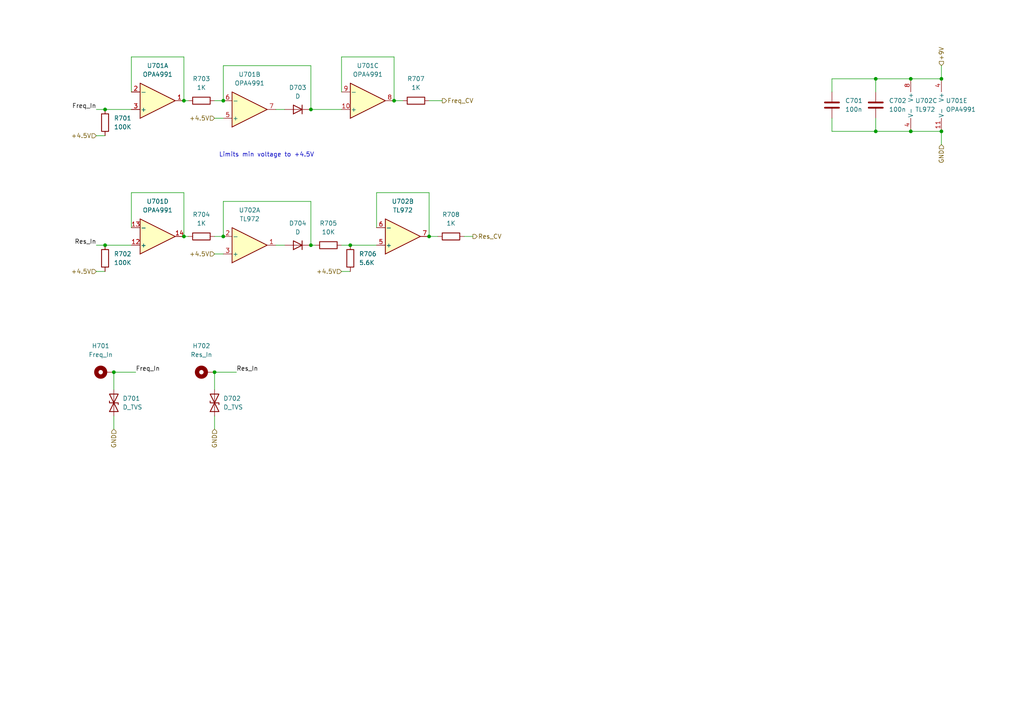
<source format=kicad_sch>
(kicad_sch (version 20211123) (generator eeschema)
  (paper "A4")
  (lib_symbols
    (symbol "Amplifier_Operational:TL072" (pin_names (offset 0.127))
      (property "Reference" "U" (at 0 5.08 0))
      (property "Value" "TL072" (at 0 -5.08 0))
      (symbol "TL072_1_1"
        (polyline (pts (xy -5.08 5.08) (xy 5.08 0) (xy -5.08 -5.08) (xy -5.08 5.08)) (stroke (width 0.254)) (fill (type background)))
        (pin output line (at 7.62 0 180) (length 2.54) (name "~") (number "1"))
        (pin input line (at -7.62 -2.54 0) (length 2.54) (name "-") (number "2"))
        (pin input line (at -7.62 2.54 0) (length 2.54) (name "+") (number "3"))
      )
      (symbol "TL072_2_1"
        (polyline (pts (xy -5.08 5.08) (xy 5.08 0) (xy -5.08 -5.08) (xy -5.08 5.08)) (stroke (width 0.254)) (fill (type background)))
        (pin input line (at -7.62 2.54 0) (length 2.54) (name "+") (number "5"))
        (pin input line (at -7.62 -2.54 0) (length 2.54) (name "-") (number "6"))
        (pin output line (at 7.62 0 180) (length 2.54) (name "~") (number "7"))
      )
      (symbol "TL072_3_1"
        (pin power_in line (at -2.54 -7.62 90) (length 3.81) (name "V-") (number "4"))
        (pin power_in line (at -2.54 7.62 270) (length 3.81) (name "V+") (number "8"))
      )
    )
    (symbol "Amplifier_Operational:TL074" (pin_names (offset 0.127))
      (property "Reference" "U" (at 0 5.08 0))
      (property "Value" "TL074" (at 0 -5.08 0))
      (symbol "TL074_1_1"
        (polyline (pts (xy -5.08 5.08) (xy 5.08 0) (xy -5.08 -5.08) (xy -5.08 5.08)) (stroke (width 0.254)) (fill (type background)))
        (pin output line (at 7.62 0 180) (length 2.54) (name "~") (number "1"))
        (pin input line (at -7.62 -2.54 0) (length 2.54) (name "-") (number "2"))
        (pin input line (at -7.62 2.54 0) (length 2.54) (name "+") (number "3"))
      )
      (symbol "TL074_2_1"
        (polyline (pts (xy -5.08 5.08) (xy 5.08 0) (xy -5.08 -5.08) (xy -5.08 5.08)) (stroke (width 0.254)) (fill (type background)))
        (pin input line (at -7.62 2.54 0) (length 2.54) (name "+") (number "5"))
        (pin input line (at -7.62 -2.54 0) (length 2.54) (name "-") (number "6"))
        (pin output line (at 7.62 0 180) (length 2.54) (name "~") (number "7"))
      )
      (symbol "TL074_3_1"
        (polyline (pts (xy -5.08 5.08) (xy 5.08 0) (xy -5.08 -5.08) (xy -5.08 5.08)) (stroke (width 0.254)) (fill (type background)))
        (pin input line (at -7.62 2.54 0) (length 2.54) (name "+") (number "10"))
        (pin output line (at 7.62 0 180) (length 2.54) (name "~") (number "8"))
        (pin input line (at -7.62 -2.54 0) (length 2.54) (name "-") (number "9"))
      )
      (symbol "TL074_4_1"
        (polyline (pts (xy -5.08 5.08) (xy 5.08 0) (xy -5.08 -5.08) (xy -5.08 5.08)) (stroke (width 0.254)) (fill (type background)))
        (pin input line (at -7.62 2.54 0) (length 2.54) (name "+") (number "12"))
        (pin input line (at -7.62 -2.54 0) (length 2.54) (name "-") (number "13"))
        (pin output line (at 7.62 0 180) (length 2.54) (name "~") (number "14"))
      )
      (symbol "TL074_5_1"
        (pin power_in line (at -2.54 -7.62 90) (length 3.81) (name "V-") (number "11"))
        (pin power_in line (at -2.54 7.62 270) (length 3.81) (name "V+") (number "4"))
      )
    )
    (symbol "Device:C" (pin_numbers hide) (pin_names (offset 0.254))
      (property "Reference" "C" (at 0.635 2.54 0))
      (property "Value" "C" (at 0.635 -2.54 0))
      (symbol "C_0_1"
        (polyline (pts (xy -2.032 -0.762) (xy 2.032 -0.762)) (stroke (width 0.508)))
        (polyline (pts (xy -2.032 0.762) (xy 2.032 0.762)) (stroke (width 0.508)))
      )
      (symbol "C_1_1"
        (pin passive line (at 0 3.81 270) (length 2.794) (name "~") (number "1"))
        (pin passive line (at 0 -3.81 90) (length 2.794) (name "~") (number "2"))
      )
    )
    (symbol "Device:D" (pin_numbers hide) (pin_names (offset 1.016) hide)
      (property "Reference" "D" (at 0 2.54 0))
      (property "Value" "D" (at 0 -2.54 0))
      (symbol "D_0_1"
        (polyline (pts (xy -1.27 1.27) (xy -1.27 -1.27)) (stroke (width 0.254)))
        (polyline (pts (xy 1.27 0) (xy -1.27 0)))
        (polyline (pts (xy 1.27 1.27) (xy 1.27 -1.27) (xy -1.27 0) (xy 1.27 1.27)) (stroke (width 0.254)))
      )
      (symbol "D_1_1"
        (pin passive line (at -3.81 0 0) (length 2.54) (name "K") (number "1"))
        (pin passive line (at 3.81 0 180) (length 2.54) (name "A") (number "2"))
      )
    )
    (symbol "Device:D_TVS" (pin_numbers hide) (pin_names (offset 1.016) hide)
      (property "Reference" "D" (at 0 2.54 0))
      (property "Value" "D_TVS" (at 0 -2.54 0))
      (symbol "D_TVS_0_1"
        (polyline (pts (xy 1.27 0) (xy -1.27 0)))
        (polyline (pts (xy 0.508 1.27) (xy 0 1.27) (xy 0 -1.27) (xy -0.508 -1.27)) (stroke (width 0.254)))
        (polyline (pts (xy -2.54 1.27) (xy -2.54 -1.27) (xy 2.54 1.27) (xy 2.54 -1.27) (xy -2.54 1.27)) (stroke (width 0.254)))
      )
      (symbol "D_TVS_1_1"
        (pin passive line (at -3.81 0 0) (length 2.54) (name "A1") (number "1"))
        (pin passive line (at 3.81 0 180) (length 2.54) (name "A2") (number "2"))
      )
    )
    (symbol "Device:R" (pin_numbers hide) (pin_names (offset 0))
      (property "Reference" "R" (at 2.032 0 90))
      (property "Value" "R" (at 0 0 90))
      (symbol "R_0_1"
        (rectangle (start -1.016 -2.54) (end 1.016 2.54) (stroke (width 0.254)))
      )
      (symbol "R_1_1"
        (pin passive line (at 0 3.81 270) (length 1.27) (name "~") (number "1"))
        (pin passive line (at 0 -3.81 90) (length 1.27) (name "~") (number "2"))
      )
    )
    (symbol "Mechanical:MountingHole_Pad" (pin_numbers hide) (pin_names (offset 1.016) hide)
      (property "Reference" "H" (at 0 6.35 0))
      (property "Value" "MountingHole_Pad" (at 0 4.445 0))
      (symbol "MountingHole_Pad_0_1"
        (circle (center 0 1.27) (radius 1.27) (stroke (width 1.27)))
      )
      (symbol "MountingHole_Pad_1_1"
        (pin input line (at 0 -2.54 90) (length 2.54) (name "1") (number "1"))
      )
    )
  )
  (junction (at 30.48 71.12))
  (junction (at 53.34 29.21))
  (junction (at 64.77 68.58))
  (junction (at 90.17 31.75))
  (junction (at 64.77 29.21))
  (junction (at 254 22.86))
  (junction (at 101.6 71.12))
  (junction (at 264.16 38.1))
  (junction (at 273.05 38.1))
  (junction (at 114.3 29.21))
  (junction (at 62.23 107.95))
  (junction (at 264.16 22.86))
  (junction (at 124.46 68.58))
  (junction (at 33.02 107.95))
  (junction (at 53.34 68.58))
  (junction (at 273.05 22.86))
  (junction (at 90.17 71.12))
  (junction (at 30.48 31.75))
  (junction (at 254 38.1))
  (wire (pts (xy 53.34 55.88) (xy 53.34 68.58)))
  (wire (pts (xy 62.23 73.66) (xy 64.77 73.66)))
  (wire (pts (xy 53.34 29.21) (xy 54.61 29.21)))
  (wire (pts (xy 109.22 55.88) (xy 124.46 55.88)))
  (wire (pts (xy 64.77 58.42) (xy 90.17 58.42)))
  (wire (pts (xy 62.23 107.95) (xy 62.23 113.03)))
  (wire (pts (xy 254 34.29) (xy 254 38.1)))
  (wire (pts (xy 254 22.86) (xy 254 26.67)))
  (wire (pts (xy 62.23 68.58) (xy 64.77 68.58)))
  (wire (pts (xy 38.1 16.51) (xy 53.34 16.51)))
  (wire (pts (xy 62.23 107.95) (xy 68.58 107.95)))
  (wire (pts (xy 64.77 19.05) (xy 90.17 19.05)))
  (wire (pts (xy 62.23 29.21) (xy 64.77 29.21)))
  (wire (pts (xy 124.46 29.21) (xy 128.27 29.21)))
  (wire (pts (xy 53.34 68.58) (xy 54.61 68.58)))
  (wire (pts (xy 124.46 68.58) (xy 127 68.58)))
  (wire (pts (xy 27.94 71.12) (xy 30.48 71.12)))
  (wire (pts (xy 99.06 78.74) (xy 101.6 78.74)))
  (wire (pts (xy 114.3 29.21) (xy 116.84 29.21)))
  (wire (pts (xy 90.17 31.75) (xy 99.06 31.75)))
  (wire (pts (xy 38.1 26.67) (xy 38.1 16.51)))
  (wire (pts (xy 109.22 66.04) (xy 109.22 55.88)))
  (wire (pts (xy 254 22.86) (xy 241.3 22.86)))
  (wire (pts (xy 254 22.86) (xy 264.16 22.86)))
  (wire (pts (xy 134.62 68.58) (xy 137.16 68.58)))
  (wire (pts (xy 90.17 58.42) (xy 90.17 71.12)))
  (wire (pts (xy 30.48 31.75) (xy 38.1 31.75)))
  (wire (pts (xy 99.06 71.12) (xy 101.6 71.12)))
  (wire (pts (xy 254 38.1) (xy 264.16 38.1)))
  (wire (pts (xy 62.23 34.29) (xy 64.77 34.29)))
  (wire (pts (xy 64.77 68.58) (xy 64.77 58.42)))
  (wire (pts (xy 80.01 31.75) (xy 82.55 31.75)))
  (wire (pts (xy 90.17 71.12) (xy 91.44 71.12)))
  (wire (pts (xy 273.05 19.05) (xy 273.05 22.86)))
  (wire (pts (xy 99.06 26.67) (xy 99.06 16.51)))
  (wire (pts (xy 62.23 120.65) (xy 62.23 124.46)))
  (wire (pts (xy 241.3 34.29) (xy 241.3 38.1)))
  (wire (pts (xy 80.01 71.12) (xy 82.55 71.12)))
  (wire (pts (xy 264.16 38.1) (xy 273.05 38.1)))
  (wire (pts (xy 27.94 78.74) (xy 30.48 78.74)))
  (wire (pts (xy 101.6 71.12) (xy 109.22 71.12)))
  (wire (pts (xy 38.1 66.04) (xy 38.1 55.88)))
  (wire (pts (xy 273.05 38.1) (xy 273.05 41.91)))
  (wire (pts (xy 33.02 107.95) (xy 39.37 107.95)))
  (wire (pts (xy 27.94 31.75) (xy 30.48 31.75)))
  (wire (pts (xy 30.48 71.12) (xy 38.1 71.12)))
  (wire (pts (xy 64.77 29.21) (xy 64.77 19.05)))
  (wire (pts (xy 33.02 120.65) (xy 33.02 124.46)))
  (wire (pts (xy 90.17 19.05) (xy 90.17 31.75)))
  (wire (pts (xy 114.3 16.51) (xy 114.3 29.21)))
  (wire (pts (xy 124.46 55.88) (xy 124.46 68.58)))
  (wire (pts (xy 241.3 22.86) (xy 241.3 26.67)))
  (wire (pts (xy 33.02 107.95) (xy 33.02 113.03)))
  (wire (pts (xy 241.3 38.1) (xy 254 38.1)))
  (wire (pts (xy 27.94 39.37) (xy 30.48 39.37)))
  (wire (pts (xy 99.06 16.51) (xy 114.3 16.51)))
  (wire (pts (xy 38.1 55.88) (xy 53.34 55.88)))
  (wire (pts (xy 264.16 22.86) (xy 273.05 22.86)))
  (wire (pts (xy 53.34 16.51) (xy 53.34 29.21)))
  (text "Limits min voltage to +4.5V" (at 63.5 45.72 0) (effects (font (size 1.27 1.27)) (justify left bottom)))
  (label "Freq_In" (at 39.37 107.95 0))
  (label "Res_In" (at 27.94 71.12 180))
  (label "Freq_In" (at 27.94 31.75 180))
  (label "Res_In" (at 68.58 107.95 0))
  (hierarchical_label "GND" (shape input) (at 273.05 41.91 270))
  (hierarchical_label "Freq_CV" (shape output) (at 128.27 29.21 0))
  (hierarchical_label "+4.5V" (shape input) (at 27.94 78.74 180))
  (hierarchical_label "+4.5V" (shape input) (at 27.94 39.37 180))
  (hierarchical_label "GND" (shape input) (at 33.02 124.46 270))
  (hierarchical_label "+4.5V" (shape input) (at 62.23 34.29 180))
  (hierarchical_label "+4.5V" (shape input) (at 62.23 73.66 180))
  (hierarchical_label "Res_CV" (shape output) (at 137.16 68.58 0))
  (hierarchical_label "+9V" (shape input) (at 273.05 19.05 90))
  (hierarchical_label "GND" (shape input) (at 62.23 124.46 270))
  (hierarchical_label "+4.5V" (shape input) (at 99.06 78.74 180))
  (symbol (lib_id "Mechanical:MountingHole_Pad") (at 30.48 107.95 90) (unit 1)
    (property "Reference" "H701" (at 29.21 100.33 90))
    (property "Value" "Freq_In" (at 29.21 102.87 90))
    (property "Footprint" "MountingHole:MountingHole_4.3mm_M4_Pad_TopBottom" (effects hide))
  )
  (symbol (lib_id "Device:R") (at 58.42 29.21 90) (unit 1)
    (property "Reference" "R703" (at 58.42 22.86 90))
    (property "Value" "1K" (at 58.42 25.4 90))
    (property "Footprint" "Resistor_SMD:R_0603_1608Metric_Pad0.98x0.95mm_HandSolder" (effects hide))
  )
  (symbol (lib_id "Amplifier_Operational:TL072") (at 266.7 30.48 0) (unit 3)
    (property "Reference" "U702" (at 265.43 29.2099 0) (effects (justify left)))
    (property "Value" "TL972" (at 265.43 31.7499 0) (effects (justify left)))
    (property "Footprint" "Package_SO:SOIC-8_3.9x4.9mm_P1.27mm" (effects hide))
    (property "Datasheet" "http://www.ti.com/lit/ds/symlink/tl071.pdf" (effects hide))
  )
  (symbol (lib_id "Device:R") (at 30.48 35.56 0) (unit 1)
    (property "Reference" "R701" (at 33.02 34.2899 0) (effects (justify left)))
    (property "Value" "100K" (at 33.02 36.8299 0) (effects (justify left)))
    (property "Footprint" "Resistor_SMD:R_0603_1608Metric_Pad0.98x0.95mm_HandSolder" (effects hide))
  )
  (symbol (lib_id "Device:D") (at 86.36 31.75 180) (unit 1)
    (property "Reference" "D703" (at 86.36 25.4 0))
    (property "Value" "D" (at 86.36 27.94 0))
    (property "Footprint" "Diode_SMD:D_SOD-323_HandSoldering" (effects hide))
  )
  (symbol (lib_id "Device:R") (at 130.81 68.58 90) (unit 1)
    (property "Reference" "R708" (at 130.81 62.23 90))
    (property "Value" "1K" (at 130.81 64.77 90))
    (property "Footprint" "Resistor_SMD:R_0603_1608Metric_Pad0.98x0.95mm_HandSolder" (effects hide))
  )
  (symbol (lib_id "Device:R") (at 120.65 29.21 90) (unit 1)
    (property "Reference" "R707" (at 120.65 22.86 90))
    (property "Value" "1K" (at 120.65 25.4 90))
    (property "Footprint" "Resistor_SMD:R_0603_1608Metric_Pad0.98x0.95mm_HandSolder" (effects hide))
  )
  (symbol (lib_id "Device:D_TVS") (at 33.02 116.84 90) (unit 1)
    (property "Reference" "D701" (at 35.56 115.5699 90) (effects (justify right)))
    (property "Value" "D_TVS" (at 35.56 118.1099 90) (effects (justify right)))
    (property "Footprint" "Diode_SMD:D_SOD-323_HandSoldering" (effects hide))
  )
  (symbol (lib_id "Amplifier_Operational:TL074") (at 45.72 29.21 0) (mirror x) (unit 1)
    (property "Reference" "U701" (at 45.72 19.05 0))
    (property "Value" "OPA4991" (at 45.72 21.59 0))
    (property "Footprint" "Package_SO:SOIC-14_3.9x8.7mm_P1.27mm" (effects hide))
    (property "Datasheet" "http://www.ti.com/lit/ds/symlink/tl071.pdf" (effects hide))
  )
  (symbol (lib_id "Amplifier_Operational:TL074") (at 45.72 68.58 0) (mirror x) (unit 4)
    (property "Reference" "U701" (at 45.72 58.42 0))
    (property "Value" "OPA4991" (at 45.72 60.96 0))
    (property "Footprint" "Package_SO:SOIC-14_3.9x8.7mm_P1.27mm" (effects hide))
    (property "Datasheet" "http://www.ti.com/lit/ds/symlink/tl071.pdf" (effects hide))
  )
  (symbol (lib_id "Amplifier_Operational:TL074") (at 106.68 29.21 0) (mirror x) (unit 3)
    (property "Reference" "U701" (at 106.68 19.05 0))
    (property "Value" "OPA4991" (at 106.68 21.59 0))
    (property "Footprint" "Package_SO:SOIC-14_3.9x8.7mm_P1.27mm" (effects hide))
    (property "Datasheet" "http://www.ti.com/lit/ds/symlink/tl071.pdf" (effects hide))
  )
  (symbol (lib_id "Device:D") (at 86.36 71.12 180) (unit 1)
    (property "Reference" "D704" (at 86.36 64.77 0))
    (property "Value" "D" (at 86.36 67.31 0))
    (property "Footprint" "Diode_SMD:D_SOD-323_HandSoldering" (effects hide))
  )
  (symbol (lib_id "Amplifier_Operational:TL074") (at 275.59 30.48 0) (unit 5)
    (property "Reference" "U701" (at 274.32 29.2099 0) (effects (justify left)))
    (property "Value" "OPA4991" (at 274.32 31.7499 0) (effects (justify left)))
    (property "Footprint" "Package_SO:SOIC-14_3.9x8.7mm_P1.27mm" (effects hide))
    (property "Datasheet" "http://www.ti.com/lit/ds/symlink/tl071.pdf" (effects hide))
  )
  (symbol (lib_id "Device:R") (at 95.25 71.12 90) (unit 1)
    (property "Reference" "R705" (at 95.25 64.77 90))
    (property "Value" "10K" (at 95.25 67.31 90))
    (property "Footprint" "Resistor_SMD:R_0603_1608Metric_Pad0.98x0.95mm_HandSolder" (effects hide))
  )
  (symbol (lib_id "Device:R") (at 30.48 74.93 0) (unit 1)
    (property "Reference" "R702" (at 33.02 73.6599 0) (effects (justify left)))
    (property "Value" "100K" (at 33.02 76.1999 0) (effects (justify left)))
    (property "Footprint" "Resistor_SMD:R_0603_1608Metric_Pad0.98x0.95mm_HandSolder" (effects hide))
  )
  (symbol (lib_id "Device:D_TVS") (at 62.23 116.84 90) (unit 1)
    (property "Reference" "D702" (at 64.77 115.5699 90) (effects (justify right)))
    (property "Value" "D_TVS" (at 64.77 118.1099 90) (effects (justify right)))
    (property "Footprint" "Diode_SMD:D_SOD-323_HandSoldering" (effects hide))
  )
  (symbol (lib_id "Mechanical:MountingHole_Pad") (at 59.69 107.95 90) (unit 1)
    (property "Reference" "H702" (at 58.42 100.33 90))
    (property "Value" "Res_In" (at 58.42 102.87 90))
    (property "Footprint" "MountingHole:MountingHole_4.3mm_M4_Pad_TopBottom" (effects hide))
  )
  (symbol (lib_id "Device:R") (at 101.6 74.93 180) (unit 1)
    (property "Reference" "R706" (at 104.14 73.6599 0) (effects (justify right)))
    (property "Value" "5.6K" (at 104.14 76.1999 0) (effects (justify right)))
    (property "Footprint" "Resistor_SMD:R_0603_1608Metric_Pad0.98x0.95mm_HandSolder" (effects hide))
  )
  (symbol (lib_id "Amplifier_Operational:TL072") (at 72.39 71.12 0) (mirror x) (unit 1)
    (property "Reference" "U702" (at 72.39 60.96 0))
    (property "Value" "TL972" (at 72.39 63.5 0))
    (property "Footprint" "Package_SO:SOIC-8_3.9x4.9mm_P1.27mm" (effects hide))
    (property "Datasheet" "http://www.ti.com/lit/ds/symlink/tl071.pdf" (effects hide))
  )
  (symbol (lib_id "Device:C") (at 241.3 30.48 180) (unit 1)
    (property "Reference" "C701" (at 245.11 29.2099 0) (effects (justify right)))
    (property "Value" "100n" (at 245.11 31.7499 0) (effects (justify right)))
    (property "Footprint" "Capacitor_SMD:C_0603_1608Metric_Pad1.08x0.95mm_HandSolder" (effects hide))
  )
  (symbol (lib_id "Amplifier_Operational:TL074") (at 72.39 31.75 0) (mirror x) (unit 2)
    (property "Reference" "U701" (at 72.39 21.59 0))
    (property "Value" "OPA4991" (at 72.39 24.13 0))
    (property "Footprint" "Package_SO:SOIC-14_3.9x8.7mm_P1.27mm" (effects hide))
    (property "Datasheet" "http://www.ti.com/lit/ds/symlink/tl071.pdf" (effects hide))
  )
  (symbol (lib_id "Device:C") (at 254 30.48 180) (unit 1)
    (property "Reference" "C702" (at 257.81 29.2099 0) (effects (justify right)))
    (property "Value" "100n" (at 257.81 31.7499 0) (effects (justify right)))
    (property "Footprint" "Capacitor_SMD:C_0603_1608Metric_Pad1.08x0.95mm_HandSolder" (effects hide))
  )
  (symbol (lib_id "Amplifier_Operational:TL072") (at 116.84 68.58 0) (mirror x) (unit 2)
    (property "Reference" "U702" (at 116.84 58.42 0))
    (property "Value" "TL972" (at 116.84 60.96 0))
    (property "Footprint" "Package_SO:SOIC-8_3.9x4.9mm_P1.27mm" (effects hide))
    (property "Datasheet" "http://www.ti.com/lit/ds/symlink/tl071.pdf" (effects hide))
  )
  (symbol (lib_id "Device:R") (at 58.42 68.58 90) (unit 1)
    (property "Reference" "R704" (at 58.42 62.23 90))
    (property "Value" "1K" (at 58.42 64.77 90))
    (property "Footprint" "Resistor_SMD:R_0603_1608Metric_Pad0.98x0.95mm_HandSolder" (effects hide))
  )
)
</source>
